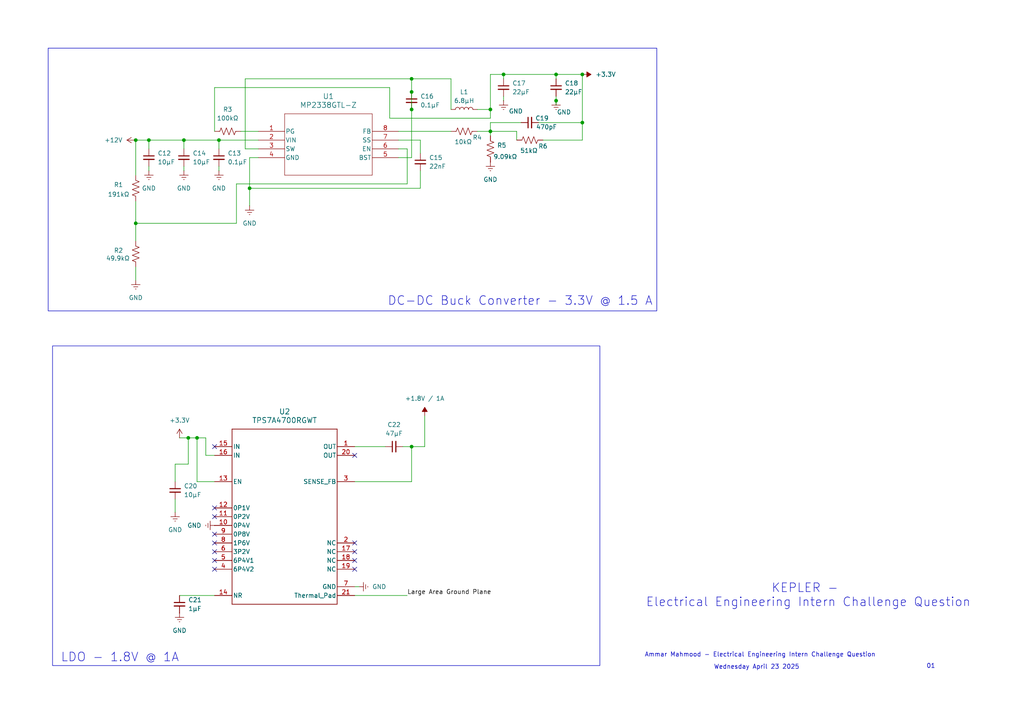
<source format=kicad_sch>
(kicad_sch (version 20250114) (generator "eeschema") (generator_version "9.0")
  (paper "A4")
  (lib_symbols
    (symbol "Device:C_Small" (pin_numbers (hide yes)) (pin_names (offset 0.254) (hide yes))
      (property "Reference" "C" (at 0.254 1.778 0))
      (property "Value" "C_Small" (at 0.254 -2.032 0))
      (symbol "C_Small_0_1"
        (polyline (pts (xy -1.524 0.508) (xy 1.524 0.508)) (stroke (width 0.3048)))
        (polyline (pts (xy -1.524 -0.508) (xy 1.524 -0.508)) (stroke (width 0.3302)))
      )
      (symbol "C_Small_1_1"
        (pin passive line (at 0 2.54 270) (length 2.032) (name "~") (number "1"))
        (pin passive line (at 0 -2.54 90) (length 2.032) (name "~") (number "2"))
      )
    )
    (symbol "Device:L" (pin_numbers (hide yes)) (pin_names (offset 1.016) (hide yes))
      (property "Reference" "L" (at -1.27 0 90))
      (property "Value" "L" (at 1.905 0 90))
      (symbol "L_0_1"
        (arc (start 0 2.54) (mid 0.6323 1.905) (end 0 1.27))
        (arc (start 0 1.27) (mid 0.6323 0.635) (end 0 0))
        (arc (start 0 0) (mid 0.6323 -0.635) (end 0 -1.27))
        (arc (start 0 -1.27) (mid 0.6323 -1.905) (end 0 -2.54))
      )
      (symbol "L_1_1"
        (pin passive line (at 0 3.81 270) (length 1.27) (name "1") (number "1"))
        (pin passive line (at 0 -3.81 90) (length 1.27) (name "2") (number "2"))
      )
    )
    (symbol "Device:R_US" (pin_numbers (hide yes)) (pin_names (offset 0))
      (property "Reference" "R" (at 2.54 0 90))
      (property "Value" "R_US" (at -2.54 0 90))
      (symbol "R_US_0_1"
        (polyline (pts (xy 0 2.286) (xy 0 2.54)))
        (polyline (pts (xy 0 2.286) (xy 1.016 1.905) (xy 0 1.524) (xy -1.016 1.143) (xy 0 0.762)))
        (polyline (pts (xy 0 0.762) (xy 1.016 0.381) (xy 0 0) (xy -1.016 -0.381) (xy 0 -0.762)))
        (polyline (pts (xy 0 -0.762) (xy 1.016 -1.143) (xy 0 -1.524) (xy -1.016 -1.905) (xy 0 -2.286)))
        (polyline (pts (xy 0 -2.286) (xy 0 -2.54)))
      )
      (symbol "R_US_1_1"
        (pin passive line (at 0 3.81 270) (length 1.27) (name "~") (number "1"))
        (pin passive line (at 0 -3.81 90) (length 1.27) (name "~") (number "2"))
      )
    )
    (symbol "MP2338GTL-Z:MP2338GTL-Z" (pin_names (offset 0.254))
      (property "Reference" "U" (at 20.32 10.16 0))
      (property "Value" "MP2338GTL-Z" (at 20.32 7.62 0))
      (symbol "MP2338GTL-Z_0_1"
        (polyline (pts (xy 7.62 5.08) (xy 7.62 -12.7)) (stroke (width 0.127)))
        (polyline (pts (xy 7.62 -12.7) (xy 33.02 -12.7)) (stroke (width 0.127)))
        (polyline (pts (xy 33.02 5.08) (xy 7.62 5.08)) (stroke (width 0.127)))
        (polyline (pts (xy 33.02 -12.7) (xy 33.02 5.08)) (stroke (width 0.127)))
        (pin output line (at 0 0 0) (length 7.62) (name "PG") (number "1"))
        (pin power_in line (at 0 -2.54 0) (length 7.62) (name "VIN") (number "2"))
        (pin output line (at 0 -5.08 0) (length 7.62) (name "SW") (number "3"))
        (pin power_in line (at 0 -7.62 0) (length 7.62) (name "GND") (number "4"))
        (pin output line (at 40.64 0 180) (length 7.62) (name "FB") (number "8"))
        (pin unspecified line (at 40.64 -2.54 180) (length 7.62) (name "SS") (number "7"))
        (pin input line (at 40.64 -5.08 180) (length 7.62) (name "EN") (number "6"))
        (pin power_in line (at 40.64 -7.62 180) (length 7.62) (name "BST") (number "5"))
      )
    )
    (symbol "TPS7A4700RGWT:TPS7A4700RGWT" (pin_names (offset 0.254))
      (property "Reference" "U" (at 0 2.54 0))
      (property "Value" "TPS7A4700RGWT" (at 0 0 0))
      (symbol "TPS7A4700RGWT_0_1"
        (polyline (pts (xy 5.08 5.08) (xy 5.08 -45.72)) (stroke (width 0.2032)))
        (polyline (pts (xy 5.08 -45.72) (xy 35.56 -45.72)) (stroke (width 0.2032)))
        (polyline (pts (xy 35.56 5.08) (xy 5.08 5.08)) (stroke (width 0.2032)))
        (polyline (pts (xy 35.56 -45.72) (xy 35.56 5.08)) (stroke (width 0.2032)))
        (pin power_in line (at 0 0 0) (length 5.08) (name "IN") (number "15"))
        (pin power_in line (at 0 -2.54 0) (length 5.08) (name "IN") (number "16"))
        (pin input line (at 0 -10.16 0) (length 5.08) (name "EN") (number "13"))
        (pin unspecified line (at 0 -17.78 0) (length 5.08) (name "0P1V") (number "12"))
        (pin unspecified line (at 0 -20.32 0) (length 5.08) (name "0P2V") (number "11"))
        (pin unspecified line (at 0 -22.86 0) (length 5.08) (name "0P4V") (number "10"))
        (pin unspecified line (at 0 -25.4 0) (length 5.08) (name "0P8V") (number "9"))
        (pin unspecified line (at 0 -27.94 0) (length 5.08) (name "1P6V") (number "8"))
        (pin unspecified line (at 0 -30.48 0) (length 5.08) (name "3P2V") (number "6"))
        (pin unspecified line (at 0 -33.02 0) (length 5.08) (name "6P4V1") (number "5"))
        (pin unspecified line (at 0 -35.56 0) (length 5.08) (name "6P4V2") (number "4"))
        (pin unspecified line (at 0 -43.18 0) (length 5.08) (name "NR") (number "14"))
        (pin power_in line (at 40.64 0 180) (length 5.08) (name "OUT") (number "1"))
        (pin power_in line (at 40.64 -2.54 180) (length 5.08) (name "OUT") (number "20"))
        (pin unspecified line (at 40.64 -10.16 180) (length 5.08) (name "SENSE_FB") (number "3"))
        (pin unspecified line (at 40.64 -27.94 180) (length 5.08) (name "NC") (number "2"))
        (pin unspecified line (at 40.64 -30.48 180) (length 5.08) (name "NC") (number "17"))
        (pin unspecified line (at 40.64 -33.02 180) (length 5.08) (name "NC") (number "18"))
        (pin unspecified line (at 40.64 -35.56 180) (length 5.08) (name "NC") (number "19"))
        (pin power_in line (at 40.64 -40.64 180) (length 5.08) (name "GND") (number "7"))
        (pin power_in line (at 40.64 -43.18 180) (length 5.08) (name "Thermal_Pad") (number "21"))
      )
    )
    (symbol "power:+12V" (power) (pin_numbers (hide yes)) (pin_names (offset 0) (hide yes))
      (property "Value" "+12V" (at 0 3.556 0))
      (symbol "+12V_0_1"
        (polyline (pts (xy -0.762 1.27) (xy 0 2.54)))
        (polyline (pts (xy 0 2.54) (xy 0.762 1.27)))
        (polyline (pts (xy 0 0) (xy 0 2.54)))
      )
      (symbol "+12V_1_1"
        (pin power_in line (at 0 0 90) (length 0) (name "~") (number "1"))
      )
    )
    (symbol "power:+3.3V" (power) (pin_numbers (hide yes)) (pin_names (offset 0) (hide yes))
      (property "Value" "+3.3V" (at 0 3.556 0))
      (symbol "+3.3V_0_1"
        (polyline (pts (xy -0.762 1.27) (xy 0 2.54)))
        (polyline (pts (xy 0 2.54) (xy 0.762 1.27)))
        (polyline (pts (xy 0 0) (xy 0 2.54)))
      )
      (symbol "+3.3V_1_1"
        (pin power_in line (at 0 0 90) (length 0) (name "~") (number "1"))
      )
    )
    (symbol "power:-3V3" (power) (pin_numbers (hide yes)) (pin_names (offset 0) (hide yes))
      (property "Value" "-3V3" (at 0 3.556 0))
      (symbol "-3V3_0_0"
        (pin power_in line (at 0 0 90) (length 0) (name "~") (number "1"))
      )
      (symbol "-3V3_0_1"
        (polyline (pts (xy 0 0) (xy 0 1.27) (xy 0.762 1.27) (xy 0 2.54) (xy -0.762 1.27) (xy 0 1.27)) (fill (type outline)))
      )
    )
    (symbol "power:-6V" (power) (pin_numbers (hide yes)) (pin_names (offset 0) (hide yes))
      (property "Value" "-6V" (at 0 3.556 0))
      (symbol "-6V_0_0"
        (pin power_in line (at 0 0 90) (length 0) (name "~") (number "1"))
      )
      (symbol "-6V_0_1"
        (polyline (pts (xy 0 0) (xy 0 1.27) (xy 0.762 1.27) (xy 0 2.54) (xy -0.762 1.27) (xy 0 1.27)) (fill (type outline)))
      )
    )
    (symbol "power:Earth" (power) (pin_numbers (hide yes)) (pin_names (offset 0) (hide yes))
      (property "Value" "Earth" (at 0 -3.81 0))
      (symbol "Earth_0_1"
        (polyline (pts (xy -0.635 -1.905) (xy 0.635 -1.905)))
        (polyline (pts (xy -0.127 -2.54) (xy 0.127 -2.54)))
        (polyline (pts (xy 0 -1.27) (xy 0 0)))
        (polyline (pts (xy 1.27 -1.27) (xy -1.27 -1.27)))
      )
      (symbol "Earth_1_1"
        (pin power_in line (at 0 0 270) (length 0) (name "~") (number "1"))
      )
    )
  )
  (rectangle (start 13.97 13.97) (end 190.5 90.17))
  (rectangle (start 15.24 100.33) (end 173.99 193.04))
  (text "DC-DC Buck Converter - 3.3V @ 1.5 A\n" (at 150.876 87.376 0) (effects (font (size 2.54 2.54))))
  (text "LDO - 1.8V @ 1A\n" (at 34.798 190.754 0) (effects (font (size 2.54 2.54))))
  (text "Wednesday April 23 2025\n" (at 219.456 193.548 0) (effects (font (size 1.27 1.27))))
  (text "KEPLER - \nElectrical Engineering Intern Challenge Question" (at 234.442 172.72 0) (effects (font (size 2.54 2.54))))
  (text "Ammar Mahmood - Electrical Engineering Intern Challenge Question\n" (at 220.472 189.992 0) (effects (font (size 1.27 1.27))))
  (text "01" (at 270.002 193.294 0) (effects (font (size 1.27 1.27))))
  (junction (at 39.37 40.64))
  (junction (at 53.34 40.64))
  (junction (at 119.38 26.67))
  (junction (at 57.15 127))
  (junction (at 54.61 127))
  (junction (at 142.24 31.75))
  (junction (at 168.91 35.56))
  (junction (at 119.38 129.54))
  (junction (at 43.18 40.64))
  (junction (at 119.38 31.75))
  (junction (at 142.24 38.1))
  (junction (at 161.29 29.21))
  (junction (at 168.91 21.59))
  (junction (at 72.39 54.61))
  (junction (at 161.29 21.59))
  (junction (at 119.38 22.86))
  (junction (at 39.37 64.77))
  (junction (at 63.5 40.64))
  (junction (at 146.05 21.59))
  (no_connect (at 62.23 160.02))
  (no_connect (at 62.23 129.54))
  (no_connect (at 102.87 160.02))
  (no_connect (at 62.23 154.94))
  (no_connect (at 62.23 149.86))
  (no_connect (at 102.87 157.48))
  (no_connect (at 102.87 132.08))
  (no_connect (at 102.87 165.1))
  (no_connect (at 62.23 147.32))
  (no_connect (at 62.23 165.1))
  (no_connect (at 102.87 162.56))
  (no_connect (at 62.23 157.48))
  (no_connect (at 62.23 162.56))
  (wire (pts (xy 119.38 26.67) (xy 119.38 22.86)))
  (wire (pts (xy 161.29 29.21) (xy 161.29 30.48)))
  (wire (pts (xy 72.39 45.72) (xy 74.93 45.72)))
  (wire (pts (xy 156.21 35.56) (xy 168.91 35.56)))
  (wire (pts (xy 69.85 38.1) (xy 74.93 38.1)))
  (wire (pts (xy 161.29 27.94) (xy 161.29 29.21)))
  (wire (pts (xy 62.23 38.1) (xy 62.23 25.4)))
  (wire (pts (xy 43.18 40.64) (xy 53.34 40.64)))
  (wire (pts (xy 119.38 129.54) (xy 116.84 129.54)))
  (wire (pts (xy 138.43 38.1) (xy 142.24 38.1)))
  (wire (pts (xy 50.8 139.7) (xy 50.8 134.62)))
  (wire (pts (xy 161.29 21.59) (xy 168.91 21.59)))
  (wire (pts (xy 57.15 127) (xy 59.69 127)))
  (wire (pts (xy 68.58 64.77) (xy 68.58 53.34)))
  (wire (pts (xy 72.39 59.69) (xy 72.39 54.61)))
  (wire (pts (xy 50.8 144.78) (xy 50.8 148.59)))
  (wire (pts (xy 157.48 40.64) (xy 168.91 40.64)))
  (wire (pts (xy 57.15 139.7) (xy 62.23 139.7)))
  (wire (pts (xy 121.92 49.53) (xy 121.92 54.61)))
  (wire (pts (xy 142.24 35.56) (xy 151.13 35.56)))
  (wire (pts (xy 102.87 139.7) (xy 119.38 139.7)))
  (wire (pts (xy 118.11 53.34) (xy 118.11 43.18)))
  (wire (pts (xy 39.37 58.42) (xy 39.37 64.77)))
  (wire (pts (xy 53.34 48.26) (xy 53.34 49.53)))
  (wire (pts (xy 119.38 139.7) (xy 119.38 129.54)))
  (wire (pts (xy 119.38 31.75) (xy 119.38 26.67)))
  (wire (pts (xy 142.24 34.29) (xy 142.24 31.75)))
  (wire (pts (xy 43.18 40.64) (xy 43.18 43.18)))
  (wire (pts (xy 104.14 170.18) (xy 102.87 170.18)))
  (wire (pts (xy 118.11 43.18) (xy 115.57 43.18)))
  (wire (pts (xy 63.5 40.64) (xy 63.5 43.18)))
  (wire (pts (xy 39.37 40.64) (xy 43.18 40.64)))
  (wire (pts (xy 121.92 54.61) (xy 72.39 54.61)))
  (wire (pts (xy 39.37 81.28) (xy 39.37 77.47)))
  (wire (pts (xy 72.39 45.72) (xy 72.39 54.61)))
  (wire (pts (xy 149.86 38.1) (xy 149.86 40.64)))
  (wire (pts (xy 63.5 48.26) (xy 63.5 49.53)))
  (wire (pts (xy 57.15 139.7) (xy 57.15 127)))
  (wire (pts (xy 39.37 64.77) (xy 39.37 69.85)))
  (wire (pts (xy 113.03 25.4) (xy 113.03 34.29)))
  (wire (pts (xy 168.91 40.64) (xy 168.91 35.56)))
  (wire (pts (xy 59.69 132.08) (xy 62.23 132.08)))
  (wire (pts (xy 54.61 134.62) (xy 54.61 127)))
  (wire (pts (xy 123.19 129.54) (xy 119.38 129.54)))
  (wire (pts (xy 146.05 27.94) (xy 146.05 29.21)))
  (wire (pts (xy 68.58 53.34) (xy 118.11 53.34)))
  (wire (pts (xy 63.5 40.64) (xy 74.93 40.64)))
  (wire (pts (xy 102.87 129.54) (xy 111.76 129.54)))
  (wire (pts (xy 142.24 31.75) (xy 138.43 31.75)))
  (wire (pts (xy 142.24 38.1) (xy 142.24 39.37)))
  (wire (pts (xy 142.24 21.59) (xy 146.05 21.59)))
  (wire (pts (xy 142.24 38.1) (xy 142.24 35.56)))
  (wire (pts (xy 142.24 31.75) (xy 142.24 21.59)))
  (wire (pts (xy 115.57 40.64) (xy 121.92 40.64)))
  (wire (pts (xy 50.8 134.62) (xy 54.61 134.62)))
  (wire (pts (xy 71.12 22.86) (xy 119.38 22.86)))
  (wire (pts (xy 39.37 64.77) (xy 68.58 64.77)))
  (wire (pts (xy 121.92 40.64) (xy 121.92 44.45)))
  (wire (pts (xy 142.24 38.1) (xy 149.86 38.1)))
  (wire (pts (xy 168.91 21.59) (xy 168.91 35.56)))
  (wire (pts (xy 119.38 22.86) (xy 130.81 22.86)))
  (wire (pts (xy 123.19 120.65) (xy 123.19 129.54)))
  (wire (pts (xy 54.61 127) (xy 57.15 127)))
  (wire (pts (xy 43.18 48.26) (xy 43.18 49.53)))
  (wire (pts (xy 113.03 34.29) (xy 142.24 34.29)))
  (wire (pts (xy 118.11 172.72) (xy 102.87 172.72)))
  (wire (pts (xy 52.07 172.72) (xy 62.23 172.72)))
  (wire (pts (xy 130.81 22.86) (xy 130.81 31.75)))
  (wire (pts (xy 39.37 40.64) (xy 39.37 50.8)))
  (wire (pts (xy 59.69 127) (xy 59.69 132.08)))
  (wire (pts (xy 146.05 21.59) (xy 146.05 22.86)))
  (wire (pts (xy 53.34 40.64) (xy 53.34 43.18)))
  (wire (pts (xy 146.05 21.59) (xy 161.29 21.59)))
  (wire (pts (xy 161.29 21.59) (xy 161.29 22.86)))
  (wire (pts (xy 62.23 25.4) (xy 113.03 25.4)))
  (wire (pts (xy 119.38 45.72) (xy 119.38 31.75)))
  (wire (pts (xy 74.93 43.18) (xy 71.12 43.18)))
  (wire (pts (xy 52.07 127) (xy 54.61 127)))
  (wire (pts (xy 115.57 38.1) (xy 130.81 38.1)))
  (wire (pts (xy 115.57 45.72) (xy 119.38 45.72)))
  (wire (pts (xy 53.34 40.64) (xy 63.5 40.64)))
  (wire (pts (xy 71.12 43.18) (xy 71.12 22.86)))
  (label "Large Area Ground Plane" (at 118.11 172.72 0))
  (symbol (lib_id "power:Earth") (at 72.39 59.69 0) (unit 1)
    (property "Reference" "#PWR011" (effects (hide yes)))
    (property "Value" "GND" (at 72.39 64.77 0))
    (property "Description" "Power symbol creates a global label with name \"Earth\"" (effects (hide yes)))
  )
  (symbol (lib_id "Device:R_US") (at 142.24 43.18 180) (unit 1)
    (property "Reference" "R5" (at 145.542 42.164 0))
    (property "Value" "9.09kΩ" (at 146.558 45.466 0))
    (property "Datasheet" "https://www.yageo.com/upload/media/product/products/datasheet/rchip/PYu-RC_Group_51_RoHS_L_12.pdf" (effects (hide yes)))
    (property "Description" "9.09 kOhms ±1% 0.125W, 1/8W Chip Resistor 0805 (2012 Metric) Moisture Resistant Thick Film" (effects (hide yes)))
    (property "Manufacturer Product Number" "RC0805FR-079K09L" (effects (hide yes)))
    (property "DigiKey Part Number" "311-9.09KCRDKR-ND" (effects (hide yes)))
  )
  (symbol (lib_id "power:-3V3") (at 168.91 21.59 270) (unit 1)
    (property "Reference" "#PWR016" (effects (hide yes)))
    (property "Value" "+3.3V" (at 172.72 21.5899 90) (effects (justify left)))
    (property "Description" "Power symbol creates a global label with name \"-3V3\"" (effects (hide yes)))
  )
  (symbol (lib_id "power:Earth") (at 62.23 152.4 270) (unit 1)
    (property "Reference" "#PWR07" (effects (hide yes)))
    (property "Value" "GND" (at 58.42 152.3999 90) (effects (justify right)))
    (property "Description" "Power symbol creates a global label with name \"Earth\"" (effects (hide yes)))
  )
  (symbol (lib_id "Device:R_US") (at 153.67 40.64 90) (unit 1)
    (property "Reference" "R6" (at 157.48 42.418 90))
    (property "Value" "51kΩ" (at 153.416 43.688 90))
    (property "Datasheet" "https://industrial.panasonic.com/cdbs/www-data/pdf/RDM0000/AOA0000C307.pdf" (effects (hide yes)))
    (property "Description" "RES SMD 51K OHM 0.1% 1/16W 0402" (effects (hide yes)))
    (property "Manufacturer Product Number" "  ERA-2AEB513X" (effects (hide yes)))
    (property "DigiKey Part Number" "P51KDCDKR-ND " (effects (hide yes)))
  )
  (symbol (lib_id "power:Earth") (at 146.05 29.21 0) (unit 1)
    (property "Reference" "#PWR017" (effects (hide yes)))
    (property "Value" "GND" (at 149.606 32.258 0))
    (property "Description" "Power symbol creates a global label with name \"Earth\"" (effects (hide yes)))
  )
  (symbol (lib_id "power:Earth") (at 50.8 148.59 0) (unit 1)
    (property "Reference" "#PWR06" (effects (hide yes)))
    (property "Value" "GND" (at 50.8 153.67 0))
    (property "Description" "Power symbol creates a global label with name \"Earth\"" (effects (hide yes)))
  )
  (symbol (lib_id "Device:C_Small") (at 53.34 45.72 0) (unit 1)
    (property "Reference" "C14" (at 55.88 44.4562 0) (effects (justify left)))
    (property "Value" "10µF" (at 55.88 46.9962 0) (effects (justify left)))
    (property "Description" "Unpolarized capacitor, small symbol" (effects (hide yes)))
  )
  (symbol (lib_id "Device:C_Small") (at 50.8 142.24 0) (unit 1)
    (property "Reference" "C20" (at 53.34 140.9762 0) (effects (justify left)))
    (property "Value" "10µF" (at 53.34 143.5162 0) (effects (justify left)))
    (property "Description" "Unpolarized capacitor, small symbol" (effects (hide yes)))
  )
  (symbol (lib_id "power:Earth") (at 63.5 49.53 0) (unit 1)
    (property "Reference" "#PWR012" (effects (hide yes)))
    (property "Value" "GND" (at 63.5 54.61 0))
    (property "Description" "Power symbol creates a global label with name \"Earth\"" (effects (hide yes)))
  )
  (symbol (lib_id "MP2338GTL-Z:MP2338GTL-Z") (at 74.93 38.1 0) (unit 1)
    (property "Reference" "U1" (at 95.25 27.94 0) (effects (font (size 1.524 1.524))))
    (property "Value" "MP2338GTL-Z" (at 95.25 30.48 0) (effects (font (size 1.524 1.524))))
    (property "Footprint" "SOT583_MP2338_MNP" (effects (hide yes)))
    (property "Datasheet" "https://www.monolithicpower.com/en/documentview/productdocument/index/version/2/document_type/Datasheet/lang/en/sku/MP2338GTL/document_id/9461/" (effects (hide yes)))
    (property "Description" "Buck Switching Regulator IC Positive Adjustable 0.5V 1 Output 3A SOT-583 -   IC REG BUCK ADJ 3A SOT583" (effects (hide yes)))
    (property "DigiKey Part Number" "1589-MP2338GTL-ZDKR-ND" (effects (hide yes)))
  )
  (symbol (lib_id "Device:C_Small") (at 161.29 25.4 0) (unit 1)
    (property "Reference" "C18" (at 163.83 24.1362 0) (effects (justify left)))
    (property "Value" "22µF" (at 163.83 26.6762 0) (effects (justify left)))
    (property "Datasheet" "https://mm.digikey.com/Volume0/opasdata/d220001/medias/docus/339/CL21A226MAYNNNE_Spec.pdf" (effects (hide yes)))
    (property "Description" "Unpolarized capacitor, small symbol" (effects (hide yes)))
    (property "DigiKey Part Number" "1276-CL21A226MAYNNNEDKR-ND" (effects (hide yes)))
  )
  (symbol (lib_id "power:Earth") (at 43.18 49.53 0) (unit 1)
    (property "Reference" "#PWR014" (effects (hide yes)))
    (property "Value" "GND" (at 43.18 54.61 0))
    (property "Description" "Power symbol creates a global label with name \"Earth\"" (effects (hide yes)))
  )
  (symbol (lib_id "power:+3.3V") (at 52.07 127 0) (unit 1)
    (property "Reference" "#PWR05" (effects (hide yes)))
    (property "Value" "+3.3V" (at 52.07 121.92 0))
    (property "Description" "Power symbol creates a global label with name \"+3.3V\"" (effects (hide yes)))
  )
  (symbol (lib_id "Device:C_Small") (at 119.38 29.21 0) (unit 1)
    (property "Reference" "C16" (at 121.92 27.9462 0) (effects (justify left)))
    (property "Value" "0.1µF" (at 121.92 30.4862 0) (effects (justify left)))
    (property "Description" "Unpolarized capacitor, small symbol" (effects (hide yes)))
  )
  (symbol (lib_id "Device:C_Small") (at 121.92 46.99 0) (unit 1) (on_board no)
    (property "Reference" "C15" (at 124.46 45.7262 0) (effects (justify left)))
    (property "Value" "22nF" (at 124.46 48.2662 0) (effects (justify left)))
    (property "Description" "Unpolarized capacitor, small symbol" (effects (hide yes)))
    (property "DigiKey Part Number" "495-75679-ND" (effects (hide yes)))
  )
  (symbol (lib_id "power:Earth") (at 161.29 29.21 0) (unit 1)
    (property "Reference" "#PWR018" (effects (hide yes)))
    (property "Value" "GND" (at 163.576 32.512 0))
    (property "Description" "Power symbol creates a global label with name \"Earth\"" (effects (hide yes)))
  )
  (symbol (lib_id "Device:R_US") (at 66.04 38.1 90) (unit 1)
    (property "Reference" "R3" (at 66.04 31.75 90))
    (property "Value" "100kΩ" (at 66.04 34.29 90))
    (property "Datasheet" "https://www.yageo.com/upload/media/product/products/datasheet/rchip/PYu-RC_Group_51_RoHS_L_12.pdf" (effects (hide yes)))
    (property "Description" "Resistor, US symbol" (effects (hide yes)))
    (property "Manufacturer Product Number" "RC0402JR-07100KL" (effects (hide yes)))
    (property "DigiKey Part Number" "311-100KJRDKR-ND" (effects (hide yes)))
  )
  (symbol (lib_id "power:Earth") (at 104.14 170.18 90) (unit 1)
    (property "Reference" "#PWR04" (effects (hide yes)))
    (property "Value" "GND" (at 107.95 170.1799 90) (effects (justify right)))
    (property "Description" "Power symbol creates a global label with name \"Earth\"" (effects (hide yes)))
  )
  (symbol (lib_id "power:Earth") (at 52.07 177.8 0) (unit 1)
    (property "Reference" "#PWR08" (effects (hide yes)))
    (property "Value" "GND" (at 52.07 182.88 0))
    (property "Description" "Power symbol creates a global label with name \"Earth\"" (effects (hide yes)))
  )
  (symbol (lib_id "Device:C_Small") (at 114.3 129.54 90) (unit 1)
    (property "Reference" "C22" (at 114.3063 123.19 90))
    (property "Value" "47µF" (at 114.3063 125.73 90))
    (property "Datasheet" "https://data.venkel.com/documents/c-series" (effects (hide yes)))
    (property "Description" "Unpolarized capacitor, small symbol" (effects (hide yes)))
    (property "Manufacturer Product Number" "C1206X5R160-476MNE" (effects (hide yes)))
    (property "DigiKey Part Number" "2679-C1206X5R160-476MNETR-ND" (effects (hide yes)))
  )
  (symbol (lib_id "Device:L") (at 134.62 31.75 90) (unit 1)
    (property "Reference" "L1" (at 134.62 26.67 90))
    (property "Value" "6.8µH" (at 134.62 29.21 90))
    (property "Datasheet" "https://www.monolithicpower.com/en/documentview/productdocument/index/version/2/document_type/Datasheet/lang/en/sku/MPL-AL6060-6R8/document_id/5825/" (effects (hide yes)))
    (property "Description" "The MPL-AL Series offers flat-wire molded inductors with low DCR/ACR. The flat-wire design provides higher current ratings than round-wire molded inductors." (effects (hide yes)))
    (property "Name" "MPL-AL6060-6R8" (effects (hide yes)))
  )
  (symbol (lib_id "Device:C_Small") (at 52.07 175.26 0) (unit 1)
    (property "Reference" "C21" (at 54.61 173.9962 0) (effects (justify left)))
    (property "Value" "1µF" (at 54.61 176.5362 0) (effects (justify left)))
    (property "Datasheet" "https://weblib.samsungsem.com/mlcc/mlcc-ec-data-sheet.do?partNumber=CL10B105KO8NNN" (effects (hide yes)))
    (property "Description" "Unpolarized capacitor, small symbol" (effects (hide yes)))
    (property "DigiKey Part Number" "1276-1019-6-ND" (effects (hide yes)))
  )
  (symbol (lib_id "Device:C_Small") (at 153.67 35.56 90) (unit 1)
    (property "Reference" "C19" (at 157.226 34.29 90))
    (property "Value" "470pF" (at 158.496 36.83 90))
    (property "Datasheet" "https://product.tdk.com/en/system/files/dam/doc/product/capacitor/ceramic/mlcc/catalog/mlcc_commercial_midvoltage_en.pdf" (effects (hide yes)))
    (property "Description" "Unpolarized capacitor, small symbol" (effects (hide yes)))
    (property "DigiKey Part Number" "445-2340-6-ND" (effects (hide yes)))
  )
  (symbol (lib_id "TPS7A4700RGWT:TPS7A4700RGWT") (at 62.23 129.54 0) (unit 1)
    (property "Reference" "U2" (at 82.55 119.38 0) (effects (font (size 1.524 1.524))))
    (property "Value" "TPS7A4700RGWT" (at 82.55 121.92 0) (effects (font (size 1.524 1.524))))
    (property "Footprint" "RGW0020A-IPC_A" (effects (hide yes)))
    (property "Datasheet" "https://www.ti.com/lit/ds/symlink/tps7a47.pdf" (effects (hide yes)))
    (property "Description" "Linear Voltage Regulator IC Positive Adjustable 1 Output 1A 20-VQFN (5x5) - IC REG LINEAR POS ADJ 1A 20-VQFN" (effects (hide yes)))
    (property "DigiKey Part Number" "296-34769-6-ND" (effects (hide yes)))
  )
  (symbol (lib_id "power:-6V") (at 123.19 120.65 0) (unit 1)
    (property "Reference" "#PWR03" (effects (hide yes)))
    (property "Value" "+1.8V / 1A" (at 123.19 115.57 0))
    (property "Description" "Power symbol creates a global label with name \"-6V\"" (effects (hide yes)))
  )
  (symbol (lib_id "Device:C_Small") (at 146.05 25.4 0) (unit 1)
    (property "Reference" "C17" (at 148.59 24.1362 0) (effects (justify left)))
    (property "Value" "22µF" (at 148.59 26.6762 0) (effects (justify left)))
    (property "Description" "Unpolarized capacitor, small symbol" (effects (hide yes)))
  )
  (symbol (lib_id "power:+12V") (at 39.37 40.64 90) (unit 1)
    (property "Reference" "#PWR01" (effects (hide yes)))
    (property "Value" "+12V" (at 35.56 40.6399 90) (effects (justify left)))
    (property "Description" "Power symbol creates a global label with name \"+12V\"" (effects (hide yes)))
  )
  (symbol (lib_id "power:Earth") (at 39.37 81.28 0) (unit 1)
    (property "Reference" "#PWR010" (effects (hide yes)))
    (property "Value" "GND" (at 39.37 86.36 0))
    (property "Description" "Power symbol creates a global label with name \"Earth\"" (effects (hide yes)))
  )
  (symbol (lib_id "Device:C_Small") (at 63.5 45.72 0) (unit 1)
    (property "Reference" "C13" (at 66.04 44.4562 0) (effects (justify left)))
    (property "Value" "0.1µF" (at 66.04 46.9962 0) (effects (justify left)))
    (property "Description" "Unpolarized capacitor, small symbol" (effects (hide yes)))
    (property "DigiKey Part Number" "1292-1630-6-ND" (effects (hide yes)))
  )
  (symbol (lib_id "Device:R_US") (at 134.62 38.1 90) (unit 1)
    (property "Reference" "R4" (at 138.43 39.878 90))
    (property "Value" "10kΩ" (at 134.366 41.148 90))
    (property "Datasheet" "https://www.koaspeer.com/pdfs/RK73H.pdf" (effects (hide yes)))
    (property "Description" "Resistor, US symbol" (effects (hide yes)))
    (property "DigiKey Part Number" "2019-RK73H1JTTD1002FDKR-ND" (effects (hide yes)))
  )
  (symbol (lib_id "Device:R_US") (at 39.37 73.66 0) (unit 1)
    (property "Reference" "R2" (at 33.02 72.644 0) (effects (justify left)))
    (property "Value" "49.9kΩ" (at 30.734 74.93 0) (effects (justify left)))
    (property "Datasheet" "https://industrial.panasonic.com/cdbs/www-data/pdf/RDM0000/AOA0000C307.pdf" (effects (hide yes)))
    (property "Description" "Resistor, US symbol" (effects (hide yes)))
    (property "DigiKey Part Number" "P49.9KDCDKR-ND" (effects (hide yes)))
  )
  (symbol (lib_id "Device:C_Small") (at 43.18 45.72 0) (unit 1)
    (property "Reference" "C12" (at 45.72 44.4562 0) (effects (justify left)))
    (property "Value" "10µF" (at 45.72 46.9962 0) (effects (justify left)))
    (property "Description" "Unpolarized capacitor, small symbol" (effects (hide yes)))
    (property "DigiKey Part Number" "490-6473-6-ND" (effects (hide yes)))
  )
  (symbol (lib_id "power:Earth") (at 53.34 49.53 0) (unit 1)
    (property "Reference" "#PWR013" (effects (hide yes)))
    (property "Value" "GND" (at 53.34 54.61 0))
    (property "Description" "Power symbol creates a global label with name \"Earth\"" (effects (hide yes)))
  )
  (symbol (lib_id "Device:R_US") (at 39.37 54.61 0) (unit 1)
    (property "Reference" "R1" (at 33.02 53.594 0) (effects (justify left)))
    (property "Value" "191kΩ" (at 31.242 56.388 0) (effects (justify left)))
    (property "Datasheet" "https://industrial.panasonic.com/cdbs/www-data/pdf/RDA0000/AOA0000C304.pdf" (effects (hide yes)))
    (property "Description" "Resistor, US symbol" (effects (hide yes)))
    (property "DigiKey Part Number" "P191KLDKR-ND" (effects (hide yes)))
  )
  (symbol (lib_id "power:Earth") (at 142.24 46.99 0) (unit 1)
    (property "Reference" "#PWR015" (effects (hide yes)))
    (property "Value" "GND" (at 142.24 52.07 0))
    (property "Description" "Power symbol creates a global label with name \"Earth\"" (effects (hide yes)))
  )
)
</source>
